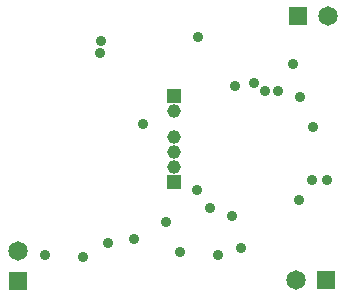
<source format=gbs>
G04*
G04 #@! TF.GenerationSoftware,Altium Limited,Altium Designer,18.0.9 (584)*
G04*
G04 Layer_Color=16711935*
%FSLAX25Y25*%
%MOIN*%
G70*
G01*
G75*
%ADD43C,0.04528*%
%ADD44R,0.04528X0.04528*%
%ADD45C,0.06496*%
%ADD46R,0.06496X0.06496*%
%ADD47R,0.06496X0.06496*%
%ADD48C,0.03591*%
D43*
X159400Y154750D02*
D03*
Y149750D02*
D03*
Y144750D02*
D03*
X159420Y163540D02*
D03*
D44*
X159400Y139750D02*
D03*
X159420Y168540D02*
D03*
D45*
X210810Y195150D02*
D03*
X200100Y107370D02*
D03*
X107520Y116850D02*
D03*
D46*
X200810Y195150D02*
D03*
X210100Y107370D02*
D03*
D47*
X107520Y106850D02*
D03*
D48*
X137507Y119520D02*
D03*
X146050Y121060D02*
D03*
X129270Y114780D02*
D03*
X174220Y115640D02*
D03*
X205890Y158340D02*
D03*
X201440Y168130D02*
D03*
X201240Y133820D02*
D03*
X181905Y117835D02*
D03*
X189830Y170260D02*
D03*
X186070Y172920D02*
D03*
X179920Y171900D02*
D03*
X194060Y170080D02*
D03*
X161590Y116540D02*
D03*
X178940Y128570D02*
D03*
X205680Y140410D02*
D03*
X199310Y179370D02*
D03*
X167160Y137210D02*
D03*
X210430Y140470D02*
D03*
X157016Y126574D02*
D03*
X171410Y131320D02*
D03*
X149250Y159140D02*
D03*
X167570Y188280D02*
D03*
X134710Y182980D02*
D03*
X135230Y187030D02*
D03*
X116390Y115420D02*
D03*
M02*

</source>
